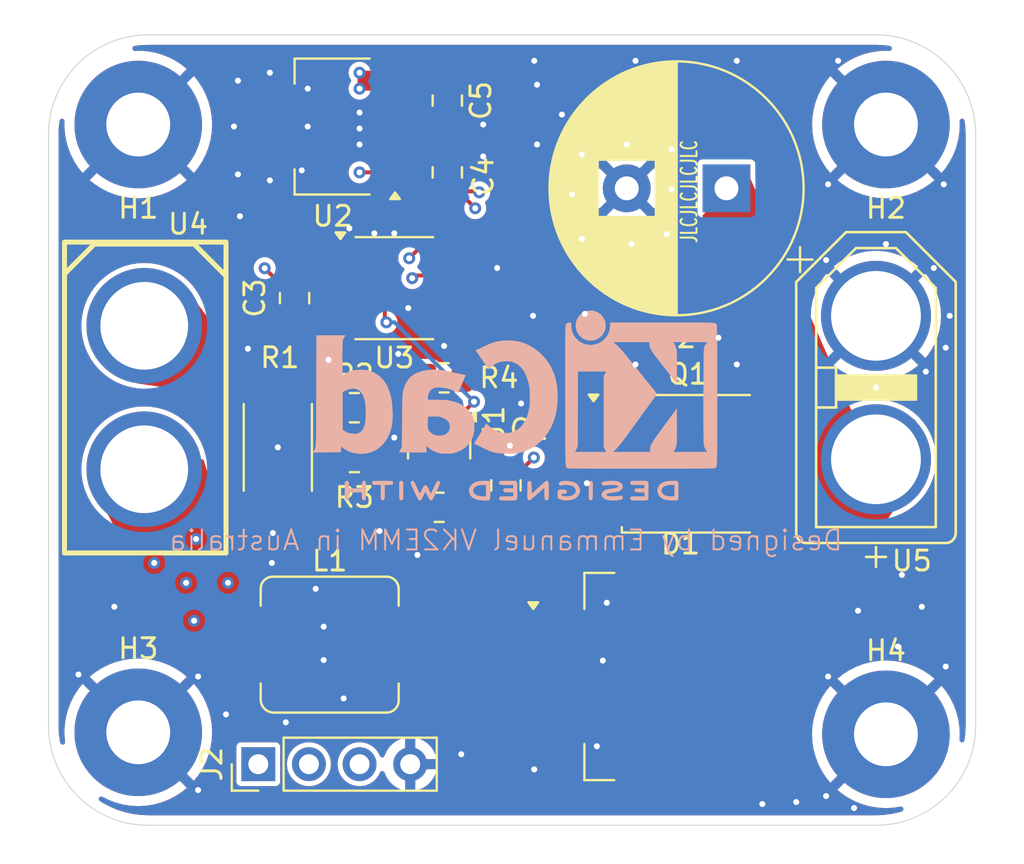
<source format=kicad_pcb>
(kicad_pcb (version 20240108) (generator "pcbnew") (generator_version "8.0")
  (layers (0 "F.Cu" signal) (1 "In1.Cu" signal) (2 "In2.Cu" signal) (31 "B.Cu" signal) (34 "B.Paste" user) (35 "F.Paste" user) (36 "B.SilkS" user "B.Silkscreen") (37 "F.SilkS" user "F.Silkscreen") (38 "B.Mask" user) (39 "F.Mask" user) (44 "Edge.Cuts" user))
  (net 0 "")
  (net 1 "VBUS")
  (net 2 "GND")
  (net 3 "VCC")
  (net 4 "Net-(U1-+)")
  (net 5 "Net-(U1--)")
  (net 6 "/V_{drop}")
  (net 7 "Net-(D1-K)")
  (net 8 "/swdio")
  (net 9 "/swclk")
  (net 10 "Net-(Q1-D)")
  (net 11 "/pwm")
  (net 14 "Net-(U4--)")
  (footprint "Inductor_SMD:L_Bourns_SRP7028A_7.3x6.6mm" (layer "F.Cu") (at 76.1 80.1)
    (property "Reference" "L1" (at 0 -4.2 0) (layer "F.SilkS"))
    (property "Value" "MHCI06030-2R2M-R8")
    (pad "1" smd rect (at -2.725 0) (size 2.95 3.5) (layers "F.Cu" "F.Paste" "F.Mask") (net 1 "VBUS"))
    (pad "2" smd rect (at 2.725 0) (size 2.95 3.5) (layers "F.Cu" "F.Paste" "F.Mask") (net 10 "Net-(Q1-D)"))
  )
  (footprint "plib:CONN-TH_XT60" (layer "F.Cu") (at 66.8 67.7 -90)
    (property "Reference" "U4" (at -8.7 -2.2 180) (layer "F.SilkS"))
    (property "Value" "XT60")
    (pad "1" thru_hole circle (at -3.6 0 270) (size 5.8 5.8) (drill 4.399991) (layers "*.Cu" "*.Mask") (net 14 "Net-(U4--)"))
    (pad "2" thru_hole circle (at 3.6 0 270) (size 5.8 5.8) (drill 4.399991) (layers "*.Cu" "*.Mask") (net 1 "VBUS"))
  )
  (footprint "Resistor_SMD:R_2512_6332Metric" (layer "F.Cu") (at 73.5 70.2 -90)
    (property "Reference" "R1" (at -4.5 -0.1 180) (layer "F.SilkS"))
    (property "Value" "50m")
    (pad "1" smd roundrect (at -2.9625 0 270) (size 1.225 3.35) (layers "F.Cu" "F.Paste" "F.Mask") (roundrect_rratio 0.204082) (net 14 "Net-(U4--)"))
    (pad "2" smd roundrect (at 2.9625 0 270) (size 1.225 3.35) (layers "F.Cu" "F.Paste" "F.Mask") (roundrect_rratio 0.204082) (net 2 "GND"))
  )
  (footprint "Resistor_SMD:R_0805_2012Metric" (layer "F.Cu") (at 77.34 68.21)
    (property "Reference" "R2" (at 0 -1.65 0) (layer "F.SilkS"))
    (property "Value" "188k")
    (pad "1" smd roundrect (at -0.9125 0) (size 1.025 1.4) (layers "F.Cu" "F.Paste" "F.Mask") (roundrect_rratio 0.243902) (net 14 "Net-(U4--)"))
    (pad "2" smd roundrect (at 0.9125 0) (size 1.025 1.4) (layers "F.Cu" "F.Paste" "F.Mask") (roundrect_rratio 0.243902) (net 4 "Net-(U1-+)"))
  )
  (footprint "Package_TO_SOT_SMD:SOT-23-5" (layer "F.Cu") (at 81.59 69.96 -90)
    (property "Reference" "U1" (at -0.85 -2.75 90) (layer "F.SilkS"))
    (property "Value" "INA180A1")
    (pad "1" smd roundrect (at -1.1375 -0.95 270) (size 1.325 0.6) (layers "F.Cu" "F.Paste" "F.Mask") (net 6 "/V_{drop}"))
    (pad "2" smd roundrect (at -1.1375 0 270) (size 1.325 0.6) (layers "F.Cu" "F.Paste" "F.Mask") (net 2 "GND"))
    (pad "3" smd roundrect (at -1.1375 0.95 270) (size 1.325 0.6) (layers "F.Cu" "F.Paste" "F.Mask") (net 4 "Net-(U1-+)"))
    (pad "4" smd roundrect (at 1.1375 0.95 270) (size 1.325 0.6) (layers "F.Cu" "F.Paste" "F.Mask") (net 5 "Net-(U1--)"))
    (pad "5" smd roundrect (at 1.1375 -0.95 270) (size 1.325 0.6) (layers "F.Cu" "F.Paste" "F.Mask") (net 1 "VBUS"))
  )
  (footprint "Resistor_SMD:R_0805_2012Metric" (layer "F.Cu") (at 81.59 73.21)
    (property "Reference" "R5" (hide yes))
    (property "Value" "4.7k")
    (pad "1" smd roundrect (at -0.9125 0) (size 1.025 1.4) (layers "F.Cu" "F.Paste" "F.Mask") (roundrect_rratio 0.243902) (net 5 "Net-(U1--)"))
    (pad "2" smd roundrect (at 0.9125 0) (size 1.025 1.4) (layers "F.Cu" "F.Paste" "F.Mask") (roundrect_rratio 0.243902) (net 6 "/V_{drop}"))
  )
  (footprint "Resistor_SMD:R_0805_2012Metric" (layer "F.Cu") (at 81.84 66.71)
    (property "Reference" "R4" (at 2.75 0 0) (layer "F.SilkS"))
    (property "Value" "4.7k")
    (pad "1" smd roundrect (at -0.9125 0) (size 1.025 1.4) (layers "F.Cu" "F.Paste" "F.Mask") (roundrect_rratio 0.243902) (net 4 "Net-(U1-+)"))
    (pad "2" smd roundrect (at 0.9125 0) (size 1.025 1.4) (layers "F.Cu" "F.Paste" "F.Mask") (roundrect_rratio 0.243902) (net 2 "GND"))
  )
  (footprint "MountingHole:MountingHole_3.2mm_M3_Pad" (layer "F.Cu") (at 66.5 84.5)
    (property "Reference" "H3" (at 0 -4.2 0) (layer "F.SilkS"))
    (property "Value" "MountingHole_Pad")
    (pad "1" thru_hole circle (at 0 0) (size 6.4 6.4) (drill 3.2) (layers "*.Cu" "*.Mask") (net 2 "GND"))
  )
  (footprint "Capacitor_THT:CP_Radial_D12.5mm_P5.00mm" (layer "F.Cu") (at 96 57.2 180)
    (property "Reference" "C2" (at 2.5 -7.5 0) (layer "F.SilkS"))
    (property "Value" "200u")
    (pad "1" thru_hole rect (at 0 0 180) (size 2.4 2.4) (drill 1.2) (layers "*.Cu" "*.Mask") (net 7 "Net-(D1-K)"))
    (pad "2" thru_hole circle (at 5 0 180) (size 2.4 2.4) (drill 1.2) (layers "*.Cu" "*.Mask") (net 2 "GND"))
  )
  (footprint "Resistor_SMD:R_0805_2012Metric" (layer "F.Cu") (at 77.34 70.71)
    (property "Reference" "R3" (at 0 2 0) (layer "F.SilkS"))
    (property "Value" "188k")
    (pad "1" smd roundrect (at -0.9125 0) (size 1.025 1.4) (layers "F.Cu" "F.Paste" "F.Mask") (roundrect_rratio 0.243902) (net 2 "GND"))
    (pad "2" smd roundrect (at 0.9125 0) (size 1.025 1.4) (layers "F.Cu" "F.Paste" "F.Mask") (roundrect_rratio 0.243902) (net 5 "Net-(U1--)"))
  )
  (footprint "Package_SO:SOIC-8_3.9x4.9mm_P1.27mm" (layer "F.Cu") (at 79.34 62.21)
    (property "Reference" "U3" (at 0 3.5 0) (layer "F.SilkS"))
    (property "Value" "STM32G030J6Mx")
    (pad "1" smd roundrect (at -2.475 -1.905) (size 1.95 0.6) (layers "F.Cu" "F.Paste" "F.Mask") (net 6 "/V_{drop}"))
    (pad "2" smd roundrect (at -2.475 -0.635) (size 1.95 0.6) (layers "F.Cu" "F.Paste" "F.Mask") (net 3 "VCC"))
    (pad "3" smd roundrect (at -2.475 0.635) (size 1.95 0.6) (layers "F.Cu" "F.Paste" "F.Mask") (net 2 "GND"))
    (pad "4" smd roundrect (at -2.475 1.905) (size 1.95 0.6) (layers "F.Cu" "F.Paste" "F.Mask"))
    (pad "5" smd roundrect (at 2.475 1.905) (size 1.95 0.6) (layers "F.Cu" "F.Paste" "F.Mask"))
    (pad "6" smd roundrect (at 2.475 0.635) (size 1.95 0.6) (layers "F.Cu" "F.Paste" "F.Mask") (net 11 "/pwm"))
    (pad "7" smd roundrect (at 2.475 -0.635) (size 1.95 0.6) (layers "F.Cu" "F.Paste" "F.Mask") (net 8 "/swdio"))
    (pad "8" smd roundrect (at 2.475 -1.905) (size 1.95 0.6) (layers "F.Cu" "F.Paste" "F.Mask") (net 9 "/swclk"))
  )
  (footprint "Capacitor_SMD:C_0805_2012Metric" (layer "F.Cu") (at 84.94 72.11 -90)
    (property "Reference" "C1" (at -2.81 -1.16 0) (layer "F.SilkS"))
    (property "Value" "100n")
    (pad "1" smd roundrect (at -0.95 0 270) (size 1 1.45) (layers "F.Cu" "F.Paste" "F.Mask") (net 1 "VBUS"))
    (pad "2" smd roundrect (at 0.95 0 270) (size 1 1.45) (layers "F.Cu" "F.Paste" "F.Mask") (net 2 "GND"))
  )
  (footprint "MountingHole:MountingHole_3.2mm_M3_Pad" (layer "F.Cu") (at 104 54 180)
    (property "Reference" "H2" (at 0 -4.2 0) (layer "F.SilkS"))
    (property "Value" "MountingHole_Pad")
    (pad "1" thru_hole circle (at 0 0 180) (size 6.4 6.4) (drill 3.2) (layers "*.Cu" "*.Mask") (net 2 "GND"))
  )
  (footprint "Connector_PinHeader_2.54mm:PinHeader_1x04_P2.54mm_Vertical" (layer "F.Cu") (at 72.52 86.1 90)
    (property "Reference" "J2" (at 0 -2.33 90) (layer "F.SilkS"))
    (property "Value" "programming")
    (pad "1" thru_hole rect (at 0 0 90) (size 1.7 1.7) (drill 1) (layers "*.Cu" "*.Mask") (net 3 "VCC"))
    (pad "2" thru_hole oval (at 0 2.54 90) (size 1.7 1.7) (drill 1) (layers "*.Cu" "*.Mask") (net 9 "/swclk"))
    (pad "3" thru_hole oval (at 0 5.08 90) (size 1.7 1.7) (drill 1) (layers "*.Cu" "*.Mask") (net 8 "/swdio"))
    (pad "4" thru_hole oval (at 0 7.62 90) (size 1.7 1.7) (drill 1) (layers "*.Cu" "*.Mask") (net 2 "GND"))
  )
  (footprint "Capacitor_SMD:C_0805_2012Metric" (layer "F.Cu") (at 74.34 62.71 -90)
    (property "Reference" "C3" (at 0 2 90) (layer "F.SilkS"))
    (property "Value" "100n")
    (pad "1" smd roundrect (at -0.95 0 270) (size 1 1.45) (layers "F.Cu" "F.Paste" "F.Mask") (net 3 "VCC"))
    (pad "2" smd roundrect (at 0.95 0 270) (size 1 1.45) (layers "F.Cu" "F.Paste" "F.Mask") (net 2 "GND"))
  )
  (footprint "Package_TO_SOT_SMD:TO-263-2" (layer "F.Cu") (at 93.7 81.7)
    (property "Reference" "D1" (at 0 -6.65 0) (layer "F.SilkS"))
    (property "Value" "VS-48CTQ060S")
    (pad "1" smd roundrect (at -7.65 -2.54) (size 4.6 1.1) (layers "F.Cu" "F.Paste" "F.Mask") (roundrect_rratio 0.227273) (net 10 "Net-(Q1-D)"))
    (pad "2" smd roundrect (at -0.925 -2.775) (size 4.55 5.25) (layers "F.Cu" "F.Paste") (roundrect_rratio 0.054945) (net 7 "Net-(D1-K)"))
    (pad "2" smd roundrect (at -0.925 2.775) (size 4.55 5.25) (layers "F.Cu" "F.Paste") (roundrect_rratio 0.054945) (net 7 "Net-(D1-K)"))
    (pad "2" smd roundrect (at 1.5 0) (size 9.4 10.8) (layers "F.Cu" "F.Mask") (roundrect_rratio 0.026596) (net 7 "Net-(D1-K)"))
    (pad "2" smd roundrect (at 3.925 -2.775) (size 4.55 5.25) (layers "F.Cu" "F.Paste") (roundrect_rratio 0.054945) (net 7 "Net-(D1-K)"))
    (pad "2" smd roundrect (at 3.925 2.775) (size 4.55 5.25) (layers "F.Cu" "F.Paste") (roundrect_rratio 0.054945) (net 7 "Net-(D1-K)"))
    (pad "3" smd roundrect (at -7.65 2.54) (size 4.6 1.1) (layers "F.Cu" "F.Paste" "F.Mask") (roundrect_rratio 0.227273) (net 10 "Net-(Q1-D)"))
  )
  (footprint "MountingHole:MountingHole_3.2mm_M3_Pad" (layer "F.Cu") (at 66.5 54 180)
    (property "Reference" "H1" (at 0 -4.2 0) (layer "F.SilkS"))
    (property "Value" "MountingHole_Pad")
    (pad "1" thru_hole circle (at 0 0 180) (size 6.4 6.4) (drill 3.2) (layers "*.Cu" "*.Mask") (net 2 "GND"))
  )
  (footprint "Package_TO_SOT_SMD:TO-252-2" (layer "F.Cu") (at 94.065 71.025)
    (property "Reference" "Q1" (at 0 -4.5 0) (layer "F.SilkS"))
    (property "Value" "IPD25N06S4L30ATMA2")
    (pad "1" smd roundrect (at -5.04 -2.28) (size 2.2 1.2) (layers "F.Cu" "F.Paste" "F.Mask") (roundrect_rratio 0.208333) (net 11 "/pwm"))
    (pad "2" smd roundrect (at -0.415 -1.525) (size 3.05 2.75) (layers "F.Cu" "F.Paste") (roundrect_rratio 0.090909) (net 10 "Net-(Q1-D)"))
    (pad "2" smd roundrect (at -0.415 1.525) (size 3.05 2.75) (layers "F.Cu" "F.Paste") (roundrect_rratio 0.090909) (net 10 "Net-(Q1-D)"))
    (pad "2" smd roundrect (at 1.26 0) (size 6.4 5.8) (layers "F.Cu" "F.Mask") (roundrect_rratio 0.043103) (net 10 "Net-(Q1-D)"))
    (pad "2" smd roundrect (at 2.935 -1.525) (size 3.05 2.75) (layers "F.Cu" "F.Paste") (roundrect_rratio 0.090909) (net 10 "Net-(Q1-D)"))
    (pad "2" smd roundrect (at 2.935 1.525) (size 3.05 2.75) (layers "F.Cu" "F.Paste") (roundrect_rratio 0.090909) (net 10 "Net-(Q1-D)"))
    (pad "3" smd roundrect (at -5.04 2.28) (size 2.2 1.2) (layers "F.Cu" "F.Paste" "F.Mask") (roundrect_rratio 0.208333) (net 2 "GND"))
  )
  (footprint "Capacitor_SMD:C_0805_2012Metric" (layer "F.Cu") (at 82 56.4 90)
    (property "Reference" "C4" (at -0.2 1.8 -90) (layer "F.SilkS"))
    (property "Value" "0.1u")
    (pad "1" smd roundrect (at -0.95 0 90) (size 1 1.45) (layers "F.Cu" "F.Paste" "F.Mask") (net 1 "VBUS"))
    (pad "2" smd roundrect (at 0.95 0 90) (size 1 1.45) (layers "F.Cu" "F.Paste" "F.Mask") (net 2 "GND"))
  )
  (footprint "plib:CONN-TH_XT60PB-F" (layer "F.Cu") (at 103.5 67.2 -90)
    (property "Reference" "U5" (at 8.7 -1.8 180) (layer "F.SilkS"))
    (property "Value" "XT60-F")
    (pad "1" thru_hole circle (at -3.6 0 270) (size 5.52 5.52) (drill oval 4.499864 4.504944) (layers "*.Cu" "*.Mask") (net 2 "GND"))
    (pad "2" thru_hole circle (at 3.6 0 270) (size 5.52 5.52) (drill oval 4.499864 4.504944) (layers "*.Cu" "*.Mask") (net 7 "Net-(D1-K)"))
  )
  (footprint "Capacitor_SMD:C_0805_2012Metric" (layer "F.Cu") (at 82 52.8 -90)
    (property "Reference" "C5" (at 0 -1.68 90) (layer "F.SilkS"))
    (property "Value" "10u")
    (pad "1" smd roundrect (at -0.95 0 270) (size 1 1.45) (layers "F.Cu" "F.Paste" "F.Mask") (net 3 "VCC"))
    (pad "2" smd roundrect (at 0.95 0 270) (size 1 1.45) (layers "F.Cu" "F.Paste" "F.Mask") (net 2 "GND"))
  )
  (footprint "MountingHole:MountingHole_3.2mm_M3_Pad" (layer "F.Cu") (at 104 84.6)
    (property "Reference" "H4" (at 0 -4.2 0) (layer "F.SilkS"))
    (property "Value" "MountingHole_Pad")
    (pad "1" thru_hole circle (at 0 0) (size 6.4 6.4) (drill 3.2) (layers "*.Cu" "*.Mask") (net 2 "GND"))
  )
  (footprint "Package_TO_SOT_SMD:SOT-223-3_TabPin2" (layer "F.Cu") (at 76.25 54.1 180)
    (property "Reference" "U2" (at 0 -4.5 0) (layer "F.SilkS"))
    (property "Value" "LM2937xMP")
    (pad "1" smd roundrect (at -3.15 -2.3 180) (size 2 1.5) (layers "F.Cu" "F.Paste" "F.Mask") (net 1 "VBUS"))
    (pad "2" smd roundrect (at -3.15 0 180) (size 2 1.5) (layers "F.Cu" "F.Paste" "F.Mask") (net 2 "GND"))
    (pad "2" smd roundrect (at 3.15 0 180) (size 2 3.8) (layers "F.Cu" "F.Paste" "F.Mask") (net 2 "GND"))
    (pad "3" smd roundrect (at -3.15 2.3 180) (size 2 1.5) (layers "F.Cu" "F.Paste" "F.Mask") (net 3 "VCC"))
  )
  (footprint "Symbol:KiCad-Logo2_8mm_SilkScreen" (layer "B.Cu") (at 85.409893 67.276424 180)
    (property "Reference" "REF**" (hide yes))
    (property "Value" "KiCad-Logo2_8mm_SilkScreen" (hide yes))
  )
  (gr_poly (pts (xy 99.2 75) (xy 99.1 67.3) (xy 94.9 58.6) (xy 97 56.5) (xy 102.4 68.9) (xy 105.4 68.9) (xy 105.5 72.4)) (stroke (width 0.2)) (fill solid) (layer "F.Cu") (net 7))
  (gr_poly (pts (xy 82.34 68.96) (xy 82.34 69.71) (xy 81.34 70.21) (xy 81.34 71.96) (xy 82.09 73.71) (xy 82.84 73.71) (xy 82.84 72.71) (xy 81.84 71.71) (xy 81.84 70.46) (xy 82.14 70.11) (xy 82.59 70.01) (xy 82.59 68.96)) (stroke (width 0.2)) (fill solid) (layer "F.Cu") (net 6))
  (gr_poly (pts (xy 79.4 55.8) (xy 82 57) (xy 82 57.8) (xy 79.4 57)) (stroke (width 0.2)) (fill solid) (layer "F.Cu") (net 1))
  (gr_poly (pts (xy 74.34 63.21) (xy 74.34 63.96) (xy 76.09 62.96) (xy 76.09 62.71)) (stroke (width 0.2)) (fill solid) (layer "F.Cu") (net 2))
  (gr_poly (pts (xy 98.2 76.8) (xy 101.4 71.1) (xy 105.7 71.3) (xy 99.1 80.8)) (stroke (width 0.2)) (fill solid) (layer "F.Cu") (net 7))
  (gr_poly (pts (xy 81.4 68.6) (xy 82.4 66.2) (xy 82.3 67.3) (xy 81.7 68.6)) (stroke (width 0.2)) (fill solid) (layer "F.Cu") (net 2))
  (gr_poly (pts (xy 80.59 70.46) (xy 80.59 73.46) (xy 78.34 71.21) (xy 78.34 70.46)) (stroke (width 0.2)) (fill solid) (layer "F.Cu") (net 5))
  (gr_poly (pts (xy 78.9 78.7) (xy 78.9 81.3) (xy 84 84.8) (xy 88.3 84.7) (xy 89.7 75.8) (xy 98.5 73.8) (xy 98.1 68.7) (xy 92.6 68.4) (xy 92.3 73.3) (xy 90.3 74.2) (xy 83.8 74.9)) (stroke (width 0.2)) (fill solid) (layer "F.Cu") (net 10))
  (gr_poly (pts (xy 77.6 51.4) (xy 77.6 52.2) (xy 79 52.2) (xy 79 51.4)) (stroke (width 0.2)) (fill solid) (layer "F.Cu") (net 3))
  (gr_poly (pts (xy 64.2 71.9) (xy 66.8 76.8) (xy 70.7 81.4) (xy 72 81.8) (xy 73.7 78.5) (xy 70.7 74.1) (xy 69.7 70.9)) (stroke (width 0.2)) (fill solid) (layer "F.Cu") (net 1))
  (gr_poly (pts (xy 66.5 66.9) (xy 72 67.7) (xy 74.6 67.8) (xy 76.1 68.8) (xy 76.9 68.8) (xy 76.9 67.6) (xy 75 66.7) (xy 72 66.6) (xy 68.7 62.1)) (stroke (width 0.2)) (fill solid) (layer "F.Cu") (net 14))
  (gr_poly (pts (xy 82.54 70.91) (xy 84.94 70.91) (xy 84.94 71.51) (xy 82.54 71.51)) (stroke (width 0.2)) (fill solid) (layer "F.Cu") (net 1))
  (gr_poly (pts (xy 79.6 51.2) (xy 79.6 52.4) (xy 82 52.2) (xy 82 51.4)) (stroke (width 0.2)) (fill solid) (layer "F.Cu") (net 3))
  (gr_poly (pts (xy 80.59 66.46) (xy 78.34 67.71) (xy 78.34 68.71) (xy 80.59 69.21)) (stroke (width 0.2)) (fill solid) (layer "F.Cu") (net 4))
  (gr_poly (pts (xy 76.84 61.46) (xy 76.84 61.71) (xy 74.34 62.21) (xy 74.34 61.46)) (stroke (width 0.2)) (fill solid) (layer "F.Cu") (net 3))
  (gr_poly (pts (xy 79.4 53.4) (xy 82 53.4) (xy 82 55.8) (xy 79.4 54.6)) (stroke (width 0.2)) (fill solid) (layer "F.Cu") (net 2))
  (gr_line (start 67 49.5) (end 103.5 49.5) (stroke (width 0.05)) (layer "Edge.Cuts"))
  (gr_line (start 103.5 89.164466) (end 67 89.164466) (stroke (width 0.05)) (layer "Edge.Cuts"))
  (gr_line (start 108.5 54.5) (end 108.5 84.164466) (stroke (width 0.05)) (layer "Edge.Cuts"))
  (gr_arc (start 67 89.164466) (mid 63.464478 87.699998) (end 62 84.164466) (stroke (width 0.05)) (layer "Edge.Cuts"))
  (gr_arc (start 108.5 84.164466) (mid 107.035535 87.700002) (end 103.5 89.164466) (stroke (width 0.05)) (layer "Edge.Cuts"))
  (gr_line (start 62 84.164466) (end 62 54.5) (stroke (width 0.05)) (layer "Edge.Cuts"))
  (gr_arc (start 62 54.5) (mid 63.464466 50.964466) (end 67 49.5) (stroke (width 0.05)) (layer "Edge.Cuts"))
  (gr_arc (start 103.5 49.5) (mid 107.035534 50.964466) (end 108.5 54.5) (stroke (width 0.05)) (layer "Edge.Cuts"))
  (gr_text "Designed by Emmanuel VK2EMM in Australia" (at 101.9 75.45 0) (layer "B.SilkS") (effects (font (size 1 1) (thickness 0.1)) (justify left bottom mirror)))
  (gr_text "JLCJLCJLCJLC" (at 94.6 60 90) (layer "F.SilkS") (effects (font (size 0.8 0.5) (thickness 0.1)) (justify left bottom)))
  (segment (start 83.74 71.21) (end 84.04 71.21) (width 0.2) (layer "F.Cu") (net 1))
  (segment (start 84.04 71.21) (end 85.14 70.11) (width 0.2) (layer "F.Cu") (net 1))
  (segment (start 84.94 71.16) (end 85.89 71.16) (width 0.2) (layer "F.Cu") (net 1))
  (segment (start 82.55 57.35) (end 83.4 58.2) (width 0.2) (layer "F.Cu") (net 1))
  (segment (start 85.89 71.16) (end 86.34 70.71) (width 0.2) (layer "F.Cu") (net 1))
  (segment (start 83.55 57.35) (end 83.6 57.4) (width 0.2) (layer "F.Cu") (net 1))
  (segment (start 79.4 56.4) (end 77.6 56.4) (width 0.2) (layer "F.Cu") (net 1))
  (segment (start 82 57.35) (end 83.55 57.35) (width 0.2) (layer "F.Cu") (net 1))
  (segment (start 82 57.35) (end 82.55 57.35) (width 0.2) (layer "F.Cu") (net 1))
  (via (at 71 77) (size 0.6) (drill 0.3) (layers "F.Cu" "B.Cu") (net 1))
  (via (at 69.3 78.9) (size 0.6) (drill 0.3) (layers "F.Cu" "B.Cu") (net 1))
  (via (at 67.3 76) (size 0.6) (drill 0.3) (layers "F.Cu" "B.Cu") (net 1))
  (via (at 86.34 70.71) (size 0.6) (drill 0.3) (layers "F.Cu" "B.Cu") (net 1))
  (via (at 69.4 74.8) (size 0.6) (drill 0.3) (layers "F.Cu" "B.Cu") (net 1))
  (via (at 85.14 70.11) (size 0.6) (drill 0.3) (layers "F.Cu" "B.Cu") (net 1))
  (via (at 83.6 57.4) (size 0.6) (drill 0.3) (layers "F.Cu" "B.Cu") (net 1))
  (via (at 83.4 58.2) (size 0.6) (drill 0.3) (layers "F.Cu" "B.Cu") (net 1))
  (via (at 77.6 56.4) (size 0.6) (drill 0.3) (layers "F.Cu" "B.Cu") (net 1))
  (via (at 68.9 77) (size 0.6) (drill 0.3) (layers "F.Cu" "B.Cu") (net 1))
  (segment (start 81.59 68.8225) (end 81.59 69.26) (width 0.2) (layer "F.Cu") (net 2))
  (segment (start 79.4 54.1) (end 78.3 54.1) (width 0.2) (layer "F.Cu") (net 2))
  (segment (start 78.3 54.1) (end 77.6 53.4) (width 0.2) (layer "F.Cu") (net 2))
  (segment (start 78.5 54.1) (end 77.6 55) (width 0.2) (layer "F.Cu") (net 2))
  (segment (start 79.4 54.1) (end 78.5 54.1) (width 0.2) (layer "F.Cu") (net 2))
  (segment (start 81.59 69.26) (end 80.94 69.91) (width 0.2) (layer "F.Cu") (net 2))
  (via (at 101.1 81.7) (size 0.6) (drill 0.3) (layers "F.Cu" "B.Cu") (net 2))
  (via (at 75.4 77.3) (size 0.6) (drill 0.3) (layers "F.Cu" "B.Cu") (net 2))
  (via (at 88.9 63.5) (size 0.6) (drill 0.3) (layers "F.Cu" "B.Cu") (net 2))
  (via (at 106.9 57) (size 0.6) (drill 0.3) (layers "F.Cu" "B.Cu") (net 2))
  (via (at 106 66.4) (size 0.6) (drill 0.3) (layers "F.Cu" "B.Cu") (net 2))
  (via (at 71.5 56.5) (size 0.6) (drill 0.3) (layers "F.Cu" "B.Cu") (net 2))
  (via (at 71.3 54.1) (size 0.6) (drill 0.3) (layers "F.Cu" "B.Cu") (net 2))
  (via (at 101.1 57) (size 0.6) (drill 0.3) (layers "F.Cu" "B.Cu") (net 2))
  (via (at 73.1 51.4) (size 0.6) (drill 0.3) (layers "F.Cu" "B.Cu") (net 2))
  (via (at 89.5 85.2) (size 0.6) (drill 0.3) (layers "F.Cu" "B.Cu") (net 2))
  (via (at 71.5 51.8) (size 0.6) (drill 0.3) (layers "F.Cu" "B.Cu") (net 2))
  (via (at 74.7 56.3) (size 0.6) (drill 0.3) (layers "F.Cu" "B.Cu") (net 2))
  (via (at 91 55) (size 0.6) (drill 0.3) (layers "F.Cu" "B.Cu") (net 2))
  (via (at 75.8 80.875429) (size 0.6) (drill 0.3) (layers "F.Cu" "B.Cu") (net 2))
  (via (at 107 81.2) (size 0.6) (drill 0.3) (layers "F.Cu" "B.Cu") (net 2))
  (via (at 106.4 61.2) (size 0.6) (drill 0.3) (layers "F.Cu" "B.Cu") (net 2))
  (via (at 107.2 63.6) (size 0.6) (drill 0.3) (layers "F.Cu" "B.Cu") (net 2))
  (via (at 93 59.5) (size 0.6) (drill 0.3) (layers "F.Cu" "B.Cu") (net 2))
  (via (at 81.84 65.11) (size 0.6) (drill 0.3) (layers "F.Cu" "B.Cu") (net 2))
  (via (at 86.36 50.8) (size 0.6) (drill 0.3) (layers "F.Cu" "B.Cu") (net 2))
  (via (at 80.5 75.6) (size 0.6) (drill 0.3) (layers "F.Cu" "B.Cu") (net 2))
  (via (at 75 52.2) (size 0.6) (drill 0.3) (layers "F.Cu" "B.Cu") (net 2))
  (via (at 73.2 76) (size 0.6) (drill 0.3) (layers "F.Cu" "B.Cu") (net 2))
  (via (at 73.9 84) (size 0.6) (drill 0.3) (layers "F.Cu" "B.Cu") (net 2))
  (via (at 102.4 88.3) (size 0.6) (drill 0.3) (layers "F.Cu" "B.Cu") (net 2))
  (via (at 99.5 88) (size 0.6) (drill 0.3) (layers "F.Cu" "B.Cu") (net 2))
  (via (at 83.8 55.6) (size 0.6) (drill 0.3) (layers "F.Cu" "B.Cu") (net 2))
  (via (at 79.54 65.51) (size 0.6) (drill 0.3) (layers "F.Cu" "B.Cu") (net 2))
  (via (at 104.6 80.2) (size 0.6) (drill 0.3) (layers "F.Cu" "B.Cu") (net 2))
  (via (at 65.3 78.2) (size 0.6) (drill 0.3) (layers "F.Cu" "B.Cu") (net 2))
  (via (at 75 54.1) (size 0.6) (drill 0.3) (layers "F.Cu" "B.Cu") (net 2))
  (via (at 70.9 83.6) (size 0.6) (drill 0.3) (layers "F.Cu" "B.Cu") (net 2))
  (via (at 88.25 57.5) (size 0.6) (drill 0.3) (layers "F.Cu" "B.Cu") (net 2))
  (via (at 93.25 55.25) (size 0.6) (drill 0.3) (layers "F.Cu" "B.Cu") (net 2))
  (via (at 77.6 53.4) (size 0.6) (drill 0.3) (layers "F.Cu" "B.Cu") (net 2))
  (via (at 80.04 63.21) (size 0.6) (drill 0.3) (layers "F.Cu" "B.Cu") (net 2))
  (via (at 104.8 76.6) (size 0.6) (drill 0.3) (layers "F.Cu" "B.Cu") (net 2))
  (via (at 101 60.8) (size 0.6) (drill 0.3) (layers "F.Cu" "B.Cu") (net 2))
  (via (at 86.3 63.6) (size 0.6) (drill 0.3) (layers "F.Cu" "B.Cu") (net 2))
  (via (at 73.1 56.8) (size 0.6) (drill 0.3) (layers "F.Cu" "B.Cu") (net 2))
  (via (at 102.6 78.4) (size 0.6) (drill 0.3) (layers "F.Cu" "B.Cu") (net 2))
  (via (at 93.25 57.25) (size 0.6) (drill 0.3) (layers "F.Cu" "B.Cu") (net 2))
  (via (at 91.44 66.04) (size 0.6) (drill 0.3) (layers "F.Cu" "B.Cu") (net 2))
  (via (at 77.6 54.2) (size 0.6) (drill 0.3) (layers "F.Cu" "B.Cu") (net 2))
  (via (at 63.5 81.6) (size 0.6) (drill 0.3) (layers "F.Cu" "B.Cu") (net 2))
  (via (at 89 72) (size 0.6) (drill 0.3) (layers "F.Cu" "B.Cu") (net 2))
  (via (at 86.5 55) (size 0.6) (drill 0.3) (layers "F.Cu" "B.Cu") (net 2))
  (via (at 84.5 61.2) (size 0.6) (drill 0.3) (layers "F.Cu" "B.Cu") (net 2))
  (via (at 86.36 86.36) (size 0.6) (drill 0.3) (layers "F.Cu" "B.Cu") (net 2))
  (via (at 104 60) (size 0.6) (drill 0.3) (layers "F.Cu" "B.Cu") (net 2))
  (via (at 88.75 59.75) (size 0.6) (drill 0.3) (layers "F.Cu" "B.Cu") (net 2))
  (via (at 77.6 55) (size 0.6) (drill 0.3) (layers "F.Cu" "B.Cu") (net 2))
  (via (at 101.6 50.8) (size 0.6) (drill 0.3) (layers "F.Cu" "B.Cu") (net 2))
  (via (at 107 65.2) (size 0.6) (drill 0.3) (layers "F.Cu" "B.Cu") (net 2))
  (via (at 89.8 80.9) (size 0.6) (drill 0.3) (layers "F.Cu" "B.Cu") (net 2))
  (via (at 69.5 87.4) (size 0.6) (drill 0.3) (layers "F.Cu" "B.Cu") (net 2))
  (via (at 73.25 74.5) (size 0.6) (drill 0.3) (layers "F.Cu" "B.Cu") (net 2))
  (via (at 75.8 79.2) (size 0.6) (drill 0.3) (layers "F.Cu" "B.Cu") (net 2))
  (via (at 88.75 55.5) (size 0.6) (drill 0.3) (layers "F.Cu" "B.Cu") (net 2))
  (via (at 101 87.7) (size 0.6) (drill 0.3) (layers "F.Cu" "B.Cu") (net 2))
  (via (at 79.34 59.46) (size 0.6) (drill 0.3) (layers "F.Cu" "B.Cu") (net 2))
  (via (at 76.04 65.81) (size 0.6) (drill 0.3) (layers "F.Cu" "B.Cu") (net 2))
  (via (at 83.8 54) (size 0.6) (drill 0.3) (layers "F.Cu" "B.Cu") (net 2))
  (via (at 96.52 66.04) (size 0.6) (drill 0.3) (layers "F.Cu" "B.Cu") (net 2))
  (via (at 77.09 59.21) (size 0.6) (drill 0.3) (layers "F.Cu" "B.Cu") (net 2))
  (via (at 103.5 67.2) (size 0.6) (drill 0.3) (layers "F.Cu" "B.Cu") (net 2))
  (via (at 87.75 53.5) (size 0.6) (drill 0.3) (layers "F.Cu" "B.Cu") (net 2))
  (via (at 86.5 52) (size 0.6) (drill 0.3) (layers "F.Cu" "B.Cu") (net 2))
  (via (at 72 65.25) (size 0.6) (drill 0.3) (layers "F.Cu" "B.Cu") (net 2))
  (via (at 78.34 59.46) (size 0.6) (drill 0.3) (layers "F.Cu" "B.Cu") (net 2))
  (via (at 96.52 50.8) (size 0.6) (drill 0.3) (layers "F.Cu" "B.Cu") (net 2))
  (via (at 91.44 50.8) (size 0.6) (drill 0.3) (layers "F.Cu" "B.Cu") (net 2))
  (via (at 90 78) (size 0.6) (drill 0.3) (layers "F.Cu" "B.Cu") (net 2))
  (via (at 97.8 88.1) (size 0.6) (drill 0.3) (layers "F.Cu" "B.Cu") (net 2))
  (via (at 69.5 81.7) (size 0.6) (drill 0.3) (layers "F.Cu" "B.Cu") (net 2))
  (via (at 78.6 74.4) (size 0.6) (drill 0.3) (layers "F.Cu" "B.Cu") (net 2))
  (via (at 85.7 68) (size 0.6) (drill 0.3) (layers "F.Cu" "B.Cu") (net 2))
  (via (at 82.7 85.6) (size 0.6) (drill 0.3) (layers "F.Cu" "B.Cu") (net 2))
  (via (at 73.5 70.2) (size 0.6) (drill 0.3) (layers "F.Cu" "B.Cu") (net 2))
  (via (at 105.8 78.2) (size 0.6) (drill 0.3) (layers "F.Cu" "B.Cu") (net 2))
  (via (at 91.25 60) (size 0.6) (drill 0.3) (layers "F.Cu" "B.Cu") (net 2))
  (via (at 79.34 69.71) (size 0.6) (drill 0.3) (layers "F.Cu" "B.Cu") (net 2))
  (via (at 95.6 64.7) (size 0.6) (drill 0.3) (layers "F.Cu" "B.Cu") (net 2))
  (via (at 71.6 58.6) (size 0.6) (drill 0.3) (layers "F.Cu" "B.Cu") (net 2))
  (via (at 76.8 82.8) (size 0.6) (drill 0.3) (layers "F.Cu" "B.Cu") (net 2))
  (segment (start 73.39 61.76) (end 74.34 61.76) (width 0.2) (layer "F.Cu") (net 3))
  (segment (start 79.4 51.8) (end 78.4 51.8) (width 0.2) (layer "F.Cu") (net 3))
  (segment (start 77.6 51.4) (end 77.6 52.2) (width 0.2) (layer "F.Cu") (net 3))
  (segment (start 72.84 61.21) (end 73.39 61.76) (width 0.2) (layer "F.Cu") (net 3))
  (segment (start 78.4 51.8) (end 78 51.8) (width 0.2) (layer "F.Cu") (net 3))
  (segment (start 78 51.8) (end 77.6 51.4) (width 0.2) (layer "F.Cu") (net 3))
  (via (at 72.84 61.21) (size 0.6) (drill 0.3) (layers "F.Cu" "B.Cu") (net 3))
  (via (at 77.6 52.2) (size 0.6) (drill 0.3) (layers "F.Cu" "B.Cu") (net 3))
  (via (at 77.6 51.4) (size 0.6) (drill 0.3) (layers "F.Cu" "B.Cu") (net 3))
  (segment (start 82.54 68.71) (end 83.34 67.91) (width 0.2) (layer "F.Cu") (net 6))
  (segment (start 76.865 60.305) (end 78.435 60.305) (width 0.2) (layer "F.Cu") (net 6))
  (segment (start 78.866129 63.847646) (end 78.943861 63.925378) (width 0.2) (layer "F.Cu") (net 6))
  (segment (start 82.54 68.8225) (end 82.54 68.71) (width 0.2) (layer "F.Cu") (net 6))
  (segment (start 78.866129 60.736129) (end 78.866129 63.847646) (width 0.2) (layer "F.Cu") (net 6))
  (segment (start 78.435 60.305) (end 78.866129 60.736129) (width 0.2) (layer "F.Cu") (net 6))
  (via (at 78.943861 63.925378) (size 0.6) (drill 0.3) (layers "F.Cu" "B.Cu") (net 6))
  (via (at 83.34 67.91) (size 0.6) (drill 0.3) (layers "F.Cu" "B.Cu") (net 6))
  (segment (start 79.355378 63.925378) (end 78.943861 63.925378) (width 0.2) (layer "B.Cu") (net 6))
  (segment (start 83.34 67.91) (end 79.355378 63.925378) (width 0.2) (layer "B.Cu") (net 6))
  (segment (start 80.375 61.575) (end 80.24 61.71) (width 0.2) (layer "F.Cu") (net 8))
  (segment (start 81.815 61.575) (end 80.375 61.575) (width 0.2) (layer "F.Cu") (net 8))
  (via (at 80.24 61.71) (size 0.6) (drill 0.3) (layers "F.Cu" "B.Cu") (net 8))
  (segment (start 80.495 60.305) (end 80.09 60.71) (width 0.2) (layer "F.Cu") (net 9))
  (segment (start 81.815 60.305) (end 80.495 60.305) (width 0.2) (layer "F.Cu") (net 9))
  (via (at 80.09 60.71) (size 0.6) (drill 0.3) (layers "F.Cu" "B.Cu") (net 9))
  (segment (start 83.125 62.845) (end 89.025 68.745) (width 0.2) (layer "F.Cu") (net 11))
  (segment (start 81.815 62.845) (end 83.125 62.845) (width 0.2) (layer "F.Cu") (net 11))
  (zone (net 2) (net_name "GND") (layers "F.Cu" "In2.Cu" "B.Cu") (connect_pads (clearance 0.25)) (min_thickness 0.25) (fill yes (thermal_gap 0.5) (thermal_bridge_width 0.5))
    (polygon (pts (xy 60 47.75) (xy 60.1 91) (xy 110.85 91) (xy 110.75 47.75)))
  )
)
</source>
